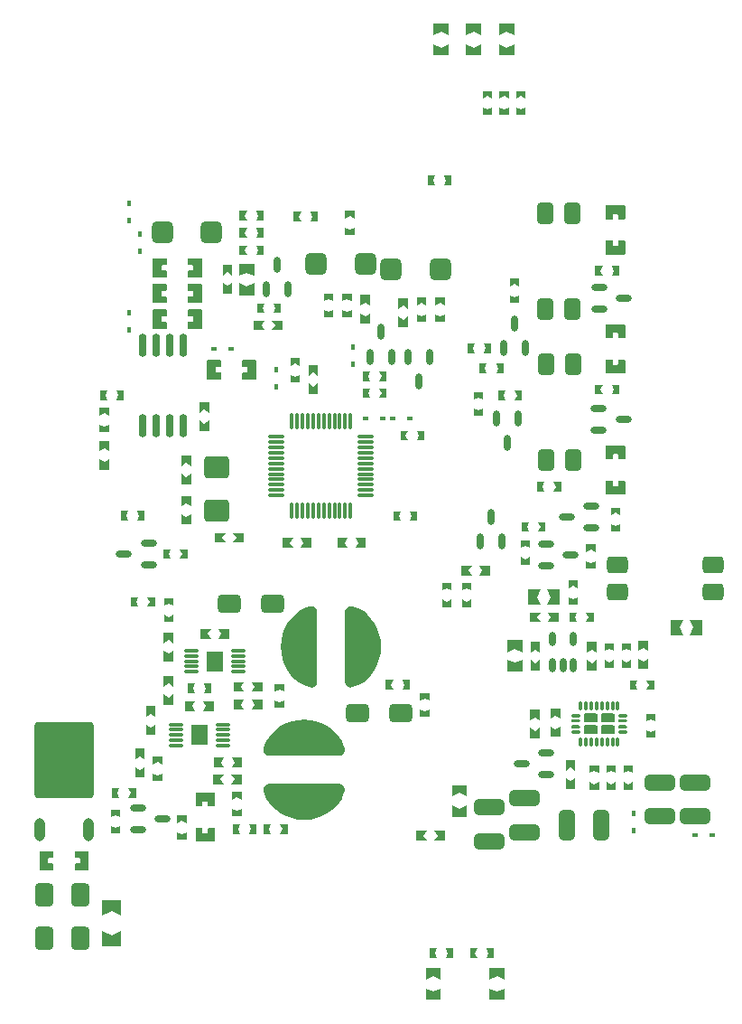
<source format=gtp>
G04 Layer_Color=8421504*
%FSLAX24Y24*%
%MOIN*%
G70*
G01*
G75*
%ADD15O,0.0281X0.0591*%
%ADD16O,0.0591X0.0281*%
%ADD17O,0.0394X0.0846*%
G04:AMPARAMS|DCode=18|XSize=279.5mil|YSize=218.5mil|CornerRadius=10.9mil|HoleSize=0mil|Usage=FLASHONLY|Rotation=90.000|XOffset=0mil|YOffset=0mil|HoleType=Round|Shape=RoundedRectangle|*
%AMROUNDEDRECTD18*
21,1,0.2795,0.1967,0,0,90.0*
21,1,0.2577,0.2185,0,0,90.0*
1,1,0.0219,0.0983,0.1288*
1,1,0.0219,0.0983,-0.1288*
1,1,0.0219,-0.0983,-0.1288*
1,1,0.0219,-0.0983,0.1288*
%
%ADD18ROUNDEDRECTD18*%
G04:AMPARAMS|DCode=20|XSize=86.6mil|YSize=68.9mil|CornerRadius=17.2mil|HoleSize=0mil|Usage=FLASHONLY|Rotation=0.000|XOffset=0mil|YOffset=0mil|HoleType=Round|Shape=RoundedRectangle|*
%AMROUNDEDRECTD20*
21,1,0.0866,0.0344,0,0,0.0*
21,1,0.0522,0.0689,0,0,0.0*
1,1,0.0344,0.0261,-0.0172*
1,1,0.0344,-0.0261,-0.0172*
1,1,0.0344,-0.0261,0.0172*
1,1,0.0344,0.0261,0.0172*
%
%ADD20ROUNDEDRECTD20*%
G04:AMPARAMS|DCode=22|XSize=86.6mil|YSize=68.9mil|CornerRadius=17.2mil|HoleSize=0mil|Usage=FLASHONLY|Rotation=90.000|XOffset=0mil|YOffset=0mil|HoleType=Round|Shape=RoundedRectangle|*
%AMROUNDEDRECTD22*
21,1,0.0866,0.0344,0,0,90.0*
21,1,0.0522,0.0689,0,0,90.0*
1,1,0.0344,0.0172,0.0261*
1,1,0.0344,0.0172,-0.0261*
1,1,0.0344,-0.0172,-0.0261*
1,1,0.0344,-0.0172,0.0261*
%
%ADD22ROUNDEDRECTD22*%
G04:AMPARAMS|DCode=23|XSize=82.7mil|YSize=78.7mil|CornerRadius=19.7mil|HoleSize=0mil|Usage=FLASHONLY|Rotation=270.000|XOffset=0mil|YOffset=0mil|HoleType=Round|Shape=RoundedRectangle|*
%AMROUNDEDRECTD23*
21,1,0.0827,0.0394,0,0,270.0*
21,1,0.0433,0.0787,0,0,270.0*
1,1,0.0394,-0.0197,-0.0217*
1,1,0.0394,-0.0197,0.0217*
1,1,0.0394,0.0197,0.0217*
1,1,0.0394,0.0197,-0.0217*
%
%ADD23ROUNDEDRECTD23*%
G04:AMPARAMS|DCode=24|XSize=78.7mil|YSize=63mil|CornerRadius=15.7mil|HoleSize=0mil|Usage=FLASHONLY|Rotation=90.000|XOffset=0mil|YOffset=0mil|HoleType=Round|Shape=RoundedRectangle|*
%AMROUNDEDRECTD24*
21,1,0.0787,0.0315,0,0,90.0*
21,1,0.0472,0.0630,0,0,90.0*
1,1,0.0315,0.0157,0.0236*
1,1,0.0315,0.0157,-0.0236*
1,1,0.0315,-0.0157,-0.0236*
1,1,0.0315,-0.0157,0.0236*
%
%ADD24ROUNDEDRECTD24*%
G04:AMPARAMS|DCode=25|XSize=78.7mil|YSize=63mil|CornerRadius=15.7mil|HoleSize=0mil|Usage=FLASHONLY|Rotation=0.000|XOffset=0mil|YOffset=0mil|HoleType=Round|Shape=RoundedRectangle|*
%AMROUNDEDRECTD25*
21,1,0.0787,0.0315,0,0,0.0*
21,1,0.0472,0.0630,0,0,0.0*
1,1,0.0315,0.0236,-0.0157*
1,1,0.0315,-0.0236,-0.0157*
1,1,0.0315,-0.0236,0.0157*
1,1,0.0315,0.0236,0.0157*
%
%ADD25ROUNDEDRECTD25*%
G04:AMPARAMS|DCode=26|XSize=90.6mil|YSize=82.7mil|CornerRadius=12.4mil|HoleSize=0mil|Usage=FLASHONLY|Rotation=0.000|XOffset=0mil|YOffset=0mil|HoleType=Round|Shape=RoundedRectangle|*
%AMROUNDEDRECTD26*
21,1,0.0906,0.0579,0,0,0.0*
21,1,0.0657,0.0827,0,0,0.0*
1,1,0.0248,0.0329,-0.0289*
1,1,0.0248,-0.0329,-0.0289*
1,1,0.0248,-0.0329,0.0289*
1,1,0.0248,0.0329,0.0289*
%
%ADD26ROUNDEDRECTD26*%
G04:AMPARAMS|DCode=29|XSize=110.2mil|YSize=59.1mil|CornerRadius=14.8mil|HoleSize=0mil|Usage=FLASHONLY|Rotation=0.000|XOffset=0mil|YOffset=0mil|HoleType=Round|Shape=RoundedRectangle|*
%AMROUNDEDRECTD29*
21,1,0.1102,0.0295,0,0,0.0*
21,1,0.0807,0.0591,0,0,0.0*
1,1,0.0295,0.0404,-0.0148*
1,1,0.0295,-0.0404,-0.0148*
1,1,0.0295,-0.0404,0.0148*
1,1,0.0295,0.0404,0.0148*
%
%ADD29ROUNDEDRECTD29*%
%ADD30O,0.0295X0.0850*%
%ADD31O,0.0630X0.0118*%
%ADD32O,0.0118X0.0630*%
%ADD33O,0.0571X0.0118*%
%ADD34R,0.0610X0.0728*%
%ADD35O,0.0236X0.0532*%
%ADD37O,0.0335X0.0118*%
%ADD38O,0.0118X0.0335*%
G04:AMPARAMS|DCode=44|XSize=21.7mil|YSize=16.5mil|CornerRadius=4.1mil|HoleSize=0mil|Usage=FLASHONLY|Rotation=180.000|XOffset=0mil|YOffset=0mil|HoleType=Round|Shape=RoundedRectangle|*
%AMROUNDEDRECTD44*
21,1,0.0217,0.0083,0,0,180.0*
21,1,0.0134,0.0165,0,0,180.0*
1,1,0.0083,-0.0067,0.0041*
1,1,0.0083,0.0067,0.0041*
1,1,0.0083,0.0067,-0.0041*
1,1,0.0083,-0.0067,-0.0041*
%
%ADD44ROUNDEDRECTD44*%
G04:AMPARAMS|DCode=45|XSize=21.7mil|YSize=16.5mil|CornerRadius=4.1mil|HoleSize=0mil|Usage=FLASHONLY|Rotation=90.000|XOffset=0mil|YOffset=0mil|HoleType=Round|Shape=RoundedRectangle|*
%AMROUNDEDRECTD45*
21,1,0.0217,0.0083,0,0,90.0*
21,1,0.0134,0.0165,0,0,90.0*
1,1,0.0083,0.0041,0.0067*
1,1,0.0083,0.0041,-0.0067*
1,1,0.0083,-0.0041,-0.0067*
1,1,0.0083,-0.0041,0.0067*
%
%ADD45ROUNDEDRECTD45*%
G04:AMPARAMS|DCode=46|XSize=110.2mil|YSize=59.1mil|CornerRadius=14.8mil|HoleSize=0mil|Usage=FLASHONLY|Rotation=90.000|XOffset=0mil|YOffset=0mil|HoleType=Round|Shape=RoundedRectangle|*
%AMROUNDEDRECTD46*
21,1,0.1102,0.0295,0,0,90.0*
21,1,0.0807,0.0591,0,0,90.0*
1,1,0.0295,0.0148,0.0404*
1,1,0.0295,0.0148,-0.0404*
1,1,0.0295,-0.0148,-0.0404*
1,1,0.0295,-0.0148,0.0404*
%
%ADD46ROUNDEDRECTD46*%
G36*
X42352Y47165D02*
X42077Y47293D01*
X41801Y47165D01*
Y47579D01*
X42352D01*
Y47165D01*
D02*
G37*
G36*
X41132D02*
X40856Y47293D01*
X40581Y47165D01*
Y47579D01*
X41132D01*
Y47165D01*
D02*
G37*
G36*
X39931D02*
X39656Y47293D01*
X39380Y47165D01*
Y47579D01*
X39931D01*
Y47165D01*
D02*
G37*
G36*
X42352Y46417D02*
X41801D01*
Y46831D01*
X42077Y46703D01*
X42352Y46831D01*
Y46417D01*
D02*
G37*
G36*
X41132D02*
X40581D01*
Y46831D01*
X40856Y46703D01*
X41132Y46831D01*
Y46417D01*
D02*
G37*
G36*
X39931D02*
X39380D01*
Y46831D01*
X39656Y46703D01*
X39931Y46831D01*
Y46417D01*
D02*
G37*
G36*
X42165Y44832D02*
X41988Y44911D01*
X41811Y44832D01*
Y45108D01*
X42165D01*
Y44832D01*
D02*
G37*
G36*
X41545D02*
X41368Y44911D01*
X41191Y44832D01*
Y45108D01*
X41545D01*
Y44832D01*
D02*
G37*
G36*
X42776Y44832D02*
X42598Y44911D01*
X42421Y44832D01*
Y45108D01*
X42776D01*
Y44832D01*
D02*
G37*
G36*
X42165Y44222D02*
X41811D01*
Y44498D01*
X41988Y44419D01*
X42165Y44498D01*
Y44222D01*
D02*
G37*
G36*
X41545D02*
X41191D01*
Y44498D01*
X41368Y44419D01*
X41545Y44498D01*
Y44222D01*
D02*
G37*
G36*
X42776Y44222D02*
X42421D01*
Y44498D01*
X42598Y44419D01*
X42776Y44498D01*
Y44222D01*
D02*
G37*
G36*
X40039Y41624D02*
X39764D01*
X39843Y41801D01*
X39764Y41978D01*
X40039D01*
Y41624D01*
D02*
G37*
G36*
X39351Y41801D02*
X39429Y41624D01*
X39154D01*
Y41978D01*
X39429D01*
X39351Y41801D01*
D02*
G37*
G36*
X36467Y40403D02*
X36289Y40482D01*
X36112Y40403D01*
Y40679D01*
X36467D01*
Y40403D01*
D02*
G37*
G36*
X46444Y40878D02*
X46453Y40857D01*
Y40404D01*
X46444Y40383D01*
X46423Y40374D01*
X46220D01*
X46200Y40383D01*
X46191Y40404D01*
Y40542D01*
X46182Y40563D01*
X46161Y40571D01*
X46024D01*
X46003Y40563D01*
X45994Y40542D01*
Y40404D01*
X45985Y40383D01*
X45965Y40374D01*
X45762D01*
X45741Y40383D01*
X45732Y40404D01*
Y40857D01*
X45741Y40878D01*
X45762Y40886D01*
X46423D01*
X46444Y40878D01*
D02*
G37*
G36*
X33100Y40325D02*
X32825D01*
X32904Y40502D01*
X32825Y40679D01*
X33100D01*
Y40325D01*
D02*
G37*
G36*
X32412Y40502D02*
X32490Y40325D01*
X32215D01*
Y40679D01*
X32490D01*
X32412Y40502D01*
D02*
G37*
G36*
X35098Y40295D02*
X34823D01*
X34902Y40472D01*
X34823Y40650D01*
X35098D01*
Y40295D01*
D02*
G37*
G36*
X34410Y40472D02*
X34488Y40295D01*
X34213D01*
Y40650D01*
X34488D01*
X34410Y40472D01*
D02*
G37*
G36*
X36467Y39793D02*
X36112D01*
Y40069D01*
X36289Y39990D01*
X36467Y40069D01*
Y39793D01*
D02*
G37*
G36*
X33100Y39695D02*
X32825D01*
X32903Y39872D01*
X32825Y40049D01*
X33100D01*
Y39695D01*
D02*
G37*
G36*
X32411Y39872D02*
X32490Y39695D01*
X32215D01*
Y40049D01*
X32490D01*
X32411Y39872D01*
D02*
G37*
G36*
X46444Y39578D02*
X46453Y39557D01*
Y39104D01*
X46444Y39083D01*
X46423Y39074D01*
X45762D01*
X45741Y39083D01*
X45732Y39104D01*
Y39557D01*
X45741Y39578D01*
X45762Y39586D01*
X45965D01*
X45985Y39578D01*
X45994Y39557D01*
Y39419D01*
X46003Y39398D01*
X46024Y39389D01*
X46161D01*
X46182Y39398D01*
X46191Y39419D01*
Y39557D01*
X46200Y39578D01*
X46220Y39586D01*
X46423D01*
X46444Y39578D01*
D02*
G37*
G36*
X33100Y39045D02*
X32825D01*
X32903Y39222D01*
X32825Y39400D01*
X33100D01*
Y39045D01*
D02*
G37*
G36*
X32411Y39222D02*
X32490Y39045D01*
X32215D01*
Y39400D01*
X32490D01*
X32411Y39222D01*
D02*
G37*
G36*
X31949Y38307D02*
X31772Y38425D01*
X31594Y38307D01*
Y38701D01*
X31949D01*
Y38307D01*
D02*
G37*
G36*
X46230Y38297D02*
X45954D01*
X46033Y38474D01*
X45954Y38652D01*
X46230D01*
Y38297D01*
D02*
G37*
G36*
X45541Y38474D02*
X45620Y38297D01*
X45344D01*
Y38652D01*
X45620D01*
X45541Y38474D01*
D02*
G37*
G36*
X32756Y38278D02*
X32470Y38406D01*
X32185Y38278D01*
Y38730D01*
X32756D01*
Y38278D01*
D02*
G37*
G36*
X30809Y38934D02*
X30817Y38913D01*
Y38252D01*
X30809Y38231D01*
X30788Y38222D01*
X30335D01*
X30314Y38231D01*
X30306Y38252D01*
Y38455D01*
X30314Y38476D01*
X30335Y38484D01*
X30473D01*
X30494Y38493D01*
X30502Y38514D01*
Y38652D01*
X30494Y38672D01*
X30473Y38681D01*
X30335D01*
X30314Y38690D01*
X30306Y38711D01*
Y38913D01*
X30314Y38934D01*
X30335Y38943D01*
X30788D01*
X30809Y38934D01*
D02*
G37*
G36*
X29509D02*
X29517Y38913D01*
Y38711D01*
X29509Y38690D01*
X29488Y38681D01*
X29350D01*
X29329Y38672D01*
X29320Y38652D01*
Y38514D01*
X29329Y38493D01*
X29350Y38484D01*
X29488D01*
X29509Y38476D01*
X29517Y38455D01*
Y38252D01*
X29509Y38231D01*
X29488Y38222D01*
X29035D01*
X29014Y38231D01*
X29006Y38252D01*
Y38913D01*
X29014Y38934D01*
X29035Y38943D01*
X29488D01*
X29509Y38934D01*
D02*
G37*
G36*
X31949Y37638D02*
X31594D01*
Y38031D01*
X31772Y37913D01*
X31949Y38031D01*
Y37638D01*
D02*
G37*
G36*
X42549Y37903D02*
X42372Y37982D01*
X42195Y37903D01*
Y38179D01*
X42549D01*
Y37903D01*
D02*
G37*
G36*
X32756Y37569D02*
X32185D01*
Y38022D01*
X32470Y37894D01*
X32756Y38022D01*
Y37569D01*
D02*
G37*
G36*
X42549Y37293D02*
X42195D01*
Y37569D01*
X42372Y37490D01*
X42549Y37569D01*
Y37293D01*
D02*
G37*
G36*
X36358Y37362D02*
X36181Y37441D01*
X36004Y37362D01*
Y37638D01*
X36358D01*
Y37362D01*
D02*
G37*
G36*
X35679D02*
X35502Y37441D01*
X35325Y37362D01*
Y37638D01*
X35679D01*
Y37362D01*
D02*
G37*
G36*
X30809Y37989D02*
X30817Y37968D01*
Y37307D01*
X30809Y37286D01*
X30788Y37278D01*
X30335D01*
X30314Y37286D01*
X30306Y37307D01*
Y37510D01*
X30314Y37531D01*
X30335Y37539D01*
X30473D01*
X30494Y37548D01*
X30502Y37569D01*
Y37707D01*
X30494Y37728D01*
X30473Y37736D01*
X30335D01*
X30314Y37745D01*
X30306Y37766D01*
Y37968D01*
X30314Y37989D01*
X30335Y37998D01*
X30788D01*
X30809Y37989D01*
D02*
G37*
G36*
X29509D02*
X29517Y37968D01*
Y37766D01*
X29509Y37745D01*
X29488Y37736D01*
X29350D01*
X29329Y37728D01*
X29320Y37707D01*
Y37569D01*
X29329Y37548D01*
X29350Y37539D01*
X29488D01*
X29509Y37531D01*
X29517Y37510D01*
Y37307D01*
X29509Y37286D01*
X29488Y37278D01*
X29035D01*
X29014Y37286D01*
X29006Y37307D01*
Y37968D01*
X29014Y37989D01*
X29035Y37998D01*
X29488D01*
X29509Y37989D01*
D02*
G37*
G36*
X39803Y37205D02*
X39626Y37283D01*
X39449Y37205D01*
Y37480D01*
X39803D01*
Y37205D01*
D02*
G37*
G36*
X39114D02*
X38937Y37283D01*
X38760Y37205D01*
Y37480D01*
X39114D01*
Y37205D01*
D02*
G37*
G36*
X37028Y37185D02*
X36850Y37303D01*
X36673Y37185D01*
Y37579D01*
X37028D01*
Y37185D01*
D02*
G37*
G36*
X38435Y37067D02*
X38258Y37185D01*
X38081Y37067D01*
Y37461D01*
X38435D01*
Y37067D01*
D02*
G37*
G36*
X36358Y36752D02*
X36004D01*
Y37028D01*
X36181Y36949D01*
X36358Y37028D01*
Y36752D01*
D02*
G37*
G36*
X35679D02*
X35325D01*
Y37028D01*
X35502Y36949D01*
X35679Y37028D01*
Y36752D01*
D02*
G37*
G36*
X33740Y36919D02*
X33464D01*
X33543Y37096D01*
X33464Y37274D01*
X33740D01*
Y36919D01*
D02*
G37*
G36*
X33051Y37096D02*
X33130Y36919D01*
X32854D01*
Y37274D01*
X33130D01*
X33051Y37096D01*
D02*
G37*
G36*
X39803Y36595D02*
X39449D01*
Y36870D01*
X39626Y36792D01*
X39803Y36870D01*
Y36595D01*
D02*
G37*
G36*
X39114D02*
X38760D01*
Y36870D01*
X38937Y36792D01*
X39114Y36870D01*
Y36595D01*
D02*
G37*
G36*
X37028Y36516D02*
X36673D01*
Y36909D01*
X36850Y36791D01*
X37028Y36909D01*
Y36516D01*
D02*
G37*
G36*
X38435Y36398D02*
X38081D01*
Y36791D01*
X38258Y36673D01*
X38435Y36791D01*
Y36398D01*
D02*
G37*
G36*
X30809Y37044D02*
X30817Y37024D01*
Y36362D01*
X30809Y36341D01*
X30788Y36333D01*
X30335D01*
X30314Y36341D01*
X30306Y36362D01*
Y36565D01*
X30314Y36586D01*
X30335Y36594D01*
X30473D01*
X30494Y36603D01*
X30502Y36624D01*
Y36762D01*
X30494Y36783D01*
X30473Y36791D01*
X30335D01*
X30314Y36800D01*
X30306Y36821D01*
Y37024D01*
X30314Y37044D01*
X30335Y37053D01*
X30788D01*
X30809Y37044D01*
D02*
G37*
G36*
X29509D02*
X29517Y37024D01*
Y36821D01*
X29509Y36800D01*
X29488Y36791D01*
X29350D01*
X29329Y36783D01*
X29320Y36762D01*
Y36624D01*
X29329Y36603D01*
X29350Y36594D01*
X29488D01*
X29509Y36586D01*
X29517Y36565D01*
Y36362D01*
X29509Y36341D01*
X29488Y36333D01*
X29035D01*
X29014Y36341D01*
X29006Y36362D01*
Y37024D01*
X29014Y37044D01*
X29035Y37053D01*
X29488D01*
X29509Y37044D01*
D02*
G37*
G36*
X33809Y36289D02*
X33415D01*
X33533Y36467D01*
X33415Y36644D01*
X33809D01*
Y36289D01*
D02*
G37*
G36*
X33022Y36467D02*
X33140Y36289D01*
X32746D01*
Y36644D01*
X33140D01*
X33022Y36467D01*
D02*
G37*
G36*
X46444Y36498D02*
X46453Y36477D01*
Y36024D01*
X46444Y36003D01*
X46423Y35994D01*
X46220D01*
X46200Y36003D01*
X46191Y36024D01*
Y36162D01*
X46182Y36183D01*
X46161Y36191D01*
X46024D01*
X46003Y36183D01*
X45994Y36162D01*
Y36024D01*
X45985Y36003D01*
X45965Y35994D01*
X45762D01*
X45741Y36003D01*
X45732Y36024D01*
Y36477D01*
X45741Y36498D01*
X45762Y36506D01*
X46423D01*
X46444Y36498D01*
D02*
G37*
G36*
X41506Y35443D02*
X41230D01*
X41309Y35620D01*
X41230Y35797D01*
X41506D01*
Y35443D01*
D02*
G37*
G36*
X40817Y35620D02*
X40896Y35443D01*
X40620D01*
Y35797D01*
X40896D01*
X40817Y35620D01*
D02*
G37*
G36*
X46444Y35198D02*
X46453Y35177D01*
Y34724D01*
X46444Y34703D01*
X46423Y34694D01*
X45762D01*
X45741Y34703D01*
X45732Y34724D01*
Y35177D01*
X45741Y35198D01*
X45762Y35206D01*
X45965D01*
X45985Y35198D01*
X45994Y35177D01*
Y35039D01*
X46003Y35018D01*
X46024Y35009D01*
X46161D01*
X46182Y35018D01*
X46191Y35039D01*
Y35177D01*
X46200Y35198D01*
X46220Y35206D01*
X46423D01*
X46444Y35198D01*
D02*
G37*
G36*
X34439Y34970D02*
X34262Y35049D01*
X34085Y34970D01*
Y35246D01*
X34439D01*
Y34970D01*
D02*
G37*
G36*
X41959Y34695D02*
X41683D01*
X41762Y34872D01*
X41683Y35049D01*
X41959D01*
Y34695D01*
D02*
G37*
G36*
X41270Y34872D02*
X41349Y34695D01*
X41073D01*
Y35049D01*
X41349D01*
X41270Y34872D01*
D02*
G37*
G36*
X35108Y34596D02*
X34931Y34715D01*
X34754Y34596D01*
Y34990D01*
X35108D01*
Y34596D01*
D02*
G37*
G36*
X34439Y34360D02*
X34085D01*
Y34636D01*
X34262Y34557D01*
X34439Y34636D01*
Y34360D01*
D02*
G37*
G36*
X32817Y35174D02*
X32825Y35154D01*
Y34492D01*
X32817Y34471D01*
X32796Y34463D01*
X32343D01*
X32322Y34471D01*
X32313Y34492D01*
Y34695D01*
X32322Y34716D01*
X32343Y34724D01*
X32481D01*
X32502Y34733D01*
X32510Y34754D01*
Y34892D01*
X32502Y34913D01*
X32481Y34921D01*
X32343D01*
X32322Y34930D01*
X32313Y34951D01*
Y35154D01*
X32322Y35174D01*
X32343Y35183D01*
X32796D01*
X32817Y35174D01*
D02*
G37*
G36*
X31517D02*
X31525Y35154D01*
Y34951D01*
X31517Y34930D01*
X31496Y34921D01*
X31358D01*
X31337Y34913D01*
X31328Y34892D01*
Y34754D01*
X31337Y34733D01*
X31358Y34724D01*
X31496D01*
X31517Y34716D01*
X31525Y34695D01*
Y34492D01*
X31517Y34471D01*
X31496Y34463D01*
X31043D01*
X31022Y34471D01*
X31013Y34492D01*
Y35154D01*
X31022Y35174D01*
X31043Y35183D01*
X31496D01*
X31517Y35174D01*
D02*
G37*
G36*
X37648Y34409D02*
X37372D01*
X37451Y34587D01*
X37372Y34764D01*
X37648D01*
Y34409D01*
D02*
G37*
G36*
X36959Y34587D02*
X37038Y34409D01*
X36762D01*
Y34764D01*
X37038D01*
X36959Y34587D01*
D02*
G37*
G36*
X35108Y33927D02*
X34754D01*
Y34321D01*
X34931Y34203D01*
X35108Y34321D01*
Y33927D01*
D02*
G37*
G36*
X46230Y33917D02*
X45954D01*
X46033Y34094D01*
X45954Y34272D01*
X46230D01*
Y33917D01*
D02*
G37*
G36*
X45541Y34094D02*
X45620Y33917D01*
X45344D01*
Y34272D01*
X45620D01*
X45541Y34094D01*
D02*
G37*
G36*
X37648Y33789D02*
X37372D01*
X37451Y33967D01*
X37372Y34144D01*
X37648D01*
Y33789D01*
D02*
G37*
G36*
X36959Y33967D02*
X37038Y33789D01*
X36762D01*
Y34144D01*
X37038D01*
X36959Y33967D01*
D02*
G37*
G36*
X41211Y33730D02*
X41033Y33809D01*
X40856Y33730D01*
Y34006D01*
X41211D01*
Y33730D01*
D02*
G37*
G36*
X27943Y33701D02*
X27667D01*
X27746Y33878D01*
X27667Y34055D01*
X27943D01*
Y33701D01*
D02*
G37*
G36*
X27254Y33878D02*
X27333Y33701D01*
X27057D01*
Y34055D01*
X27333D01*
X27254Y33878D01*
D02*
G37*
G36*
X42648Y33691D02*
X42372D01*
X42451Y33868D01*
X42372Y34045D01*
X42648D01*
Y33691D01*
D02*
G37*
G36*
X41959Y33868D02*
X42038Y33691D01*
X41762D01*
Y34045D01*
X42038D01*
X41959Y33868D01*
D02*
G37*
G36*
X41211Y33120D02*
X40856D01*
Y33396D01*
X41033Y33317D01*
X41211Y33396D01*
Y33120D01*
D02*
G37*
G36*
X31093Y33238D02*
X30915Y33356D01*
X30738Y33238D01*
Y33632D01*
X31093D01*
Y33238D01*
D02*
G37*
G36*
X27402Y33140D02*
X27224Y33219D01*
X27047Y33140D01*
Y33415D01*
X27402D01*
Y33140D01*
D02*
G37*
G36*
X31093Y32569D02*
X30738D01*
Y32963D01*
X30915Y32844D01*
X31093Y32963D01*
Y32569D01*
D02*
G37*
G36*
X27402Y32530D02*
X27047D01*
Y32805D01*
X27224Y32727D01*
X27402Y32805D01*
Y32530D01*
D02*
G37*
G36*
X39035Y32215D02*
X38760D01*
X38839Y32392D01*
X38760Y32569D01*
X39035D01*
Y32215D01*
D02*
G37*
G36*
X38347Y32392D02*
X38425Y32215D01*
X38150D01*
Y32569D01*
X38425D01*
X38347Y32392D01*
D02*
G37*
G36*
X27402Y31811D02*
X27224Y31929D01*
X27047Y31811D01*
Y32205D01*
X27402D01*
Y31811D01*
D02*
G37*
G36*
X46444Y32019D02*
X46453Y31998D01*
Y31546D01*
X46444Y31525D01*
X46423Y31516D01*
X46220D01*
X46200Y31525D01*
X46191Y31546D01*
Y31683D01*
X46182Y31704D01*
X46161Y31713D01*
X46024D01*
X46003Y31704D01*
X45994Y31683D01*
Y31546D01*
X45985Y31525D01*
X45965Y31516D01*
X45762D01*
X45741Y31525D01*
X45732Y31546D01*
Y31998D01*
X45741Y32019D01*
X45762Y32028D01*
X46423D01*
X46444Y32019D01*
D02*
G37*
G36*
X27402Y31142D02*
X27047D01*
Y31535D01*
X27224Y31417D01*
X27402Y31535D01*
Y31142D01*
D02*
G37*
G36*
X30424Y31260D02*
X30247Y31378D01*
X30070Y31260D01*
Y31654D01*
X30424D01*
Y31260D01*
D02*
G37*
G36*
Y30591D02*
X30070D01*
Y30984D01*
X30247Y30866D01*
X30424Y30984D01*
Y30591D01*
D02*
G37*
G36*
X46444Y30719D02*
X46453Y30698D01*
Y30246D01*
X46444Y30225D01*
X46423Y30216D01*
X45762D01*
X45741Y30225D01*
X45732Y30246D01*
Y30698D01*
X45741Y30719D01*
X45762Y30728D01*
X45965D01*
X45985Y30719D01*
X45994Y30698D01*
Y30561D01*
X46003Y30540D01*
X46024Y30531D01*
X46161D01*
X46182Y30540D01*
X46191Y30561D01*
Y30698D01*
X46200Y30719D01*
X46220Y30728D01*
X46423D01*
X46444Y30719D01*
D02*
G37*
G36*
X44084Y30325D02*
X43809D01*
X43888Y30502D01*
X43809Y30679D01*
X44084D01*
Y30325D01*
D02*
G37*
G36*
X43396Y30502D02*
X43474Y30325D01*
X43199D01*
Y30679D01*
X43474D01*
X43396Y30502D01*
D02*
G37*
G36*
X30423Y29783D02*
X30246Y29902D01*
X30069Y29783D01*
Y30177D01*
X30423D01*
Y29783D01*
D02*
G37*
G36*
X46280Y29468D02*
X46102Y29547D01*
X45925Y29468D01*
Y29744D01*
X46280D01*
Y29468D01*
D02*
G37*
G36*
X30423Y29114D02*
X30069D01*
Y29508D01*
X30246Y29390D01*
X30423Y29508D01*
Y29114D01*
D02*
G37*
G36*
X28711Y29262D02*
X28435D01*
X28514Y29439D01*
X28435Y29616D01*
X28711D01*
Y29262D01*
D02*
G37*
G36*
X28022Y29439D02*
X28101Y29262D01*
X27825D01*
Y29616D01*
X28101D01*
X28022Y29439D01*
D02*
G37*
G36*
X38779Y29252D02*
X38504D01*
X38582Y29429D01*
X38504Y29606D01*
X38779D01*
Y29252D01*
D02*
G37*
G36*
X38091Y29429D02*
X38169Y29252D01*
X37894D01*
Y29606D01*
X38169D01*
X38091Y29429D01*
D02*
G37*
G36*
X46280Y28858D02*
X45925D01*
Y29134D01*
X46102Y29055D01*
X46280Y29134D01*
Y28858D01*
D02*
G37*
G36*
X43514Y28848D02*
X43238D01*
X43317Y29026D01*
X43238Y29203D01*
X43514D01*
Y28848D01*
D02*
G37*
G36*
X42825Y29026D02*
X42904Y28848D01*
X42628D01*
Y29203D01*
X42904D01*
X42825Y29026D01*
D02*
G37*
G36*
X32362Y28455D02*
X31969D01*
X32087Y28632D01*
X31969Y28809D01*
X32362D01*
Y28455D01*
D02*
G37*
G36*
X31575Y28632D02*
X31693Y28455D01*
X31299D01*
Y28809D01*
X31693D01*
X31575Y28632D01*
D02*
G37*
G36*
X36880Y28258D02*
X36486D01*
X36604Y28435D01*
X36486Y28612D01*
X36880D01*
Y28258D01*
D02*
G37*
G36*
X36093Y28435D02*
X36211Y28258D01*
X35817D01*
Y28612D01*
X36211D01*
X36093Y28435D01*
D02*
G37*
G36*
X34852Y28257D02*
X34459D01*
X34577Y28434D01*
X34459Y28611D01*
X34852D01*
Y28257D01*
D02*
G37*
G36*
X34065Y28434D02*
X34183Y28257D01*
X33789D01*
Y28611D01*
X34183D01*
X34065Y28434D01*
D02*
G37*
G36*
X42943Y28248D02*
X42766Y28327D01*
X42589Y28248D01*
Y28523D01*
X42943D01*
Y28248D01*
D02*
G37*
G36*
X45364Y28110D02*
X45187Y28189D01*
X45010Y28110D01*
Y28386D01*
X45364D01*
Y28110D01*
D02*
G37*
G36*
X30285Y27854D02*
X30010D01*
X30089Y28031D01*
X30010Y28209D01*
X30285D01*
Y27854D01*
D02*
G37*
G36*
X29597Y28031D02*
X29675Y27854D01*
X29400D01*
Y28209D01*
X29675D01*
X29597Y28031D01*
D02*
G37*
G36*
X42943Y27638D02*
X42589D01*
Y27913D01*
X42766Y27835D01*
X42943Y27913D01*
Y27638D01*
D02*
G37*
G36*
X45364Y27500D02*
X45010D01*
Y27776D01*
X45187Y27697D01*
X45364Y27776D01*
Y27500D01*
D02*
G37*
G36*
X41457Y27244D02*
X41063D01*
X41181Y27421D01*
X41063Y27598D01*
X41457D01*
Y27244D01*
D02*
G37*
G36*
X40669Y27421D02*
X40787Y27244D01*
X40394D01*
Y27598D01*
X40787D01*
X40669Y27421D01*
D02*
G37*
G36*
X44715Y26771D02*
X44537Y26850D01*
X44360Y26771D01*
Y27047D01*
X44715D01*
Y26771D01*
D02*
G37*
G36*
X40778Y26683D02*
X40600Y26762D01*
X40423Y26683D01*
Y26959D01*
X40778D01*
Y26683D01*
D02*
G37*
G36*
X40049Y26683D02*
X39872Y26762D01*
X39695Y26683D01*
Y26958D01*
X40049D01*
Y26683D01*
D02*
G37*
G36*
X44715Y26161D02*
X44360D01*
Y26437D01*
X44537Y26358D01*
X44715Y26437D01*
Y26161D01*
D02*
G37*
G36*
X40778Y26073D02*
X40423D01*
Y26349D01*
X40600Y26270D01*
X40778Y26349D01*
Y26073D01*
D02*
G37*
G36*
X40049Y26073D02*
X39695D01*
Y26348D01*
X39872Y26270D01*
X40049Y26348D01*
Y26073D01*
D02*
G37*
G36*
X44026Y26152D02*
X43573D01*
X43701Y26437D01*
X43573Y26722D01*
X44026D01*
Y26152D01*
D02*
G37*
G36*
X43189Y26437D02*
X43317Y26152D01*
X42864D01*
Y26722D01*
X43317D01*
X43189Y26437D01*
D02*
G37*
G36*
X29774Y26122D02*
X29596Y26201D01*
X29419Y26122D01*
Y26397D01*
X29774D01*
Y26122D01*
D02*
G37*
G36*
X29085Y26083D02*
X28809D01*
X28888Y26260D01*
X28809Y26437D01*
X29085D01*
Y26083D01*
D02*
G37*
G36*
X28396Y26260D02*
X28475Y26083D01*
X28199D01*
Y26437D01*
X28475D01*
X28396Y26260D01*
D02*
G37*
G36*
X29774Y25512D02*
X29419D01*
Y25787D01*
X29596Y25709D01*
X29774Y25787D01*
Y25512D01*
D02*
G37*
G36*
X45285Y25522D02*
X45010D01*
X45089Y25699D01*
X45010Y25876D01*
X45285D01*
Y25522D01*
D02*
G37*
G36*
X44597Y25699D02*
X44675Y25522D01*
X44400D01*
Y25876D01*
X44675D01*
X44597Y25699D01*
D02*
G37*
G36*
X43986Y25522D02*
X43593D01*
X43711Y25699D01*
X43593Y25876D01*
X43986D01*
Y25522D01*
D02*
G37*
G36*
X43199Y25699D02*
X43317Y25522D01*
X42923D01*
Y25876D01*
X43317D01*
X43199Y25699D01*
D02*
G37*
G36*
X49291Y25030D02*
X48839D01*
X48967Y25315D01*
X48839Y25600D01*
X49291D01*
Y25030D01*
D02*
G37*
G36*
X48455Y25315D02*
X48583Y25030D01*
X48130D01*
Y25600D01*
X48583D01*
X48455Y25315D01*
D02*
G37*
G36*
X31821Y24902D02*
X31427D01*
X31545Y25079D01*
X31427Y25256D01*
X31821D01*
Y24902D01*
D02*
G37*
G36*
X31033Y25079D02*
X31152Y24902D01*
X30758D01*
Y25256D01*
X31152D01*
X31033Y25079D01*
D02*
G37*
G36*
X29764Y24744D02*
X29587Y24862D01*
X29409Y24744D01*
Y25138D01*
X29764D01*
Y24744D01*
D02*
G37*
G36*
X47303Y24449D02*
X47126Y24567D01*
X46949Y24449D01*
Y24843D01*
X47303D01*
Y24449D01*
D02*
G37*
G36*
X46673Y24449D02*
X46496Y24527D01*
X46319Y24449D01*
Y24724D01*
X46673D01*
Y24449D01*
D02*
G37*
G36*
X46043D02*
X45866Y24527D01*
X45689Y24449D01*
Y24724D01*
X46043D01*
Y24449D01*
D02*
G37*
G36*
X42667Y24400D02*
X42382Y24528D01*
X42096Y24400D01*
Y24852D01*
X42667D01*
Y24400D01*
D02*
G37*
G36*
X45394Y24390D02*
X45217Y24508D01*
X45039Y24390D01*
Y24783D01*
X45394D01*
Y24390D01*
D02*
G37*
G36*
X43307Y24390D02*
X43130Y24508D01*
X42953Y24390D01*
Y24783D01*
X43307D01*
Y24390D01*
D02*
G37*
G36*
X29764Y24075D02*
X29409D01*
Y24469D01*
X29587Y24350D01*
X29764Y24469D01*
Y24075D01*
D02*
G37*
G36*
X47303Y23780D02*
X46949D01*
Y24173D01*
X47126Y24055D01*
X47303Y24173D01*
Y23780D01*
D02*
G37*
G36*
X46673Y23839D02*
X46319D01*
Y24114D01*
X46496Y24035D01*
X46673Y24114D01*
Y23839D01*
D02*
G37*
G36*
X46043D02*
X45689D01*
Y24114D01*
X45866Y24035D01*
X46043Y24114D01*
Y23839D01*
D02*
G37*
G36*
X42667Y23691D02*
X42096D01*
Y24144D01*
X42382Y24016D01*
X42667Y24144D01*
Y23691D01*
D02*
G37*
G36*
X45394Y23720D02*
X45039D01*
Y24114D01*
X45217Y23996D01*
X45394Y24114D01*
Y23720D01*
D02*
G37*
G36*
X43307Y23720D02*
X42953D01*
Y24114D01*
X43130Y23996D01*
X43307Y24114D01*
Y23720D01*
D02*
G37*
G36*
X29764Y23130D02*
X29587Y23248D01*
X29409Y23130D01*
Y23524D01*
X29764D01*
Y23130D01*
D02*
G37*
G36*
X34956Y26091D02*
X35015Y26047D01*
X35054Y25985D01*
X35068Y25913D01*
Y23307D01*
X35054Y23233D01*
X35014Y23169D01*
X34953Y23124D01*
X34880Y23105D01*
X34805Y23114D01*
X34675Y23154D01*
X34524Y23215D01*
X34385Y23298D01*
X34260Y23402D01*
X34255Y23407D01*
X34106Y23572D01*
X33980Y23756D01*
X33880Y23955D01*
X33807Y24166D01*
X33763Y24384D01*
X33748Y24606D01*
X33763Y24829D01*
X33807Y25047D01*
X33880Y25258D01*
X33980Y25457D01*
X34106Y25640D01*
X34255Y25806D01*
X34257Y25808D01*
X34384Y25914D01*
X34525Y25998D01*
X34678Y26059D01*
X34812Y26101D01*
X34885Y26110D01*
X34956Y26091D01*
D02*
G37*
G36*
X36377Y26099D02*
X36506Y26058D01*
X36657Y25998D01*
X36797Y25914D01*
X36922Y25811D01*
X36926Y25806D01*
X37075Y25640D01*
X37201Y25457D01*
X37301Y25258D01*
X37374Y25047D01*
X37418Y24829D01*
X37433Y24606D01*
X37418Y24384D01*
X37374Y24166D01*
X37301Y23955D01*
X37201Y23756D01*
X37075Y23572D01*
X36926Y23407D01*
X36924Y23404D01*
X36797Y23299D01*
X36656Y23215D01*
X36503Y23153D01*
X36369Y23111D01*
X36296Y23103D01*
X36225Y23122D01*
X36166Y23165D01*
X36127Y23227D01*
X36113Y23299D01*
Y25905D01*
X36127Y25979D01*
X36167Y26043D01*
X36228Y26088D01*
X36301Y26108D01*
X36377Y26099D01*
D02*
G37*
G36*
X38494Y23031D02*
X38219D01*
X38297Y23209D01*
X38219Y23386D01*
X38494D01*
Y23031D01*
D02*
G37*
G36*
X37805Y23209D02*
X37884Y23031D01*
X37608D01*
Y23386D01*
X37884D01*
X37805Y23209D01*
D02*
G37*
G36*
X47519Y23012D02*
X47244D01*
X47323Y23189D01*
X47244Y23366D01*
X47519D01*
Y23012D01*
D02*
G37*
G36*
X46831Y23189D02*
X46909Y23012D01*
X46634D01*
Y23366D01*
X46909D01*
X46831Y23189D01*
D02*
G37*
G36*
X33868Y22962D02*
X33691Y23041D01*
X33514Y22962D01*
Y23238D01*
X33868D01*
Y22962D01*
D02*
G37*
G36*
X33051Y22953D02*
X32657D01*
X32776Y23130D01*
X32657Y23307D01*
X33051D01*
Y22953D01*
D02*
G37*
G36*
X32264Y23130D02*
X32382Y22953D01*
X31988D01*
Y23307D01*
X32382D01*
X32264Y23130D01*
D02*
G37*
G36*
X31171Y22894D02*
X30896D01*
X30974Y23071D01*
X30896Y23248D01*
X31171D01*
Y22894D01*
D02*
G37*
G36*
X30483Y23071D02*
X30561Y22894D01*
X30286D01*
Y23248D01*
X30561D01*
X30483Y23071D01*
D02*
G37*
G36*
X29764Y22461D02*
X29409D01*
Y22854D01*
X29587Y22736D01*
X29764Y22854D01*
Y22461D01*
D02*
G37*
G36*
X39232Y22628D02*
X39055Y22706D01*
X38878Y22628D01*
Y22903D01*
X39232D01*
Y22628D01*
D02*
G37*
G36*
X33868Y22352D02*
X33514D01*
Y22628D01*
X33691Y22549D01*
X33868Y22628D01*
Y22352D01*
D02*
G37*
G36*
X33051Y22293D02*
X32657D01*
X32776Y22470D01*
X32657Y22648D01*
X33051D01*
Y22293D01*
D02*
G37*
G36*
X32264Y22470D02*
X32382Y22293D01*
X31988D01*
Y22648D01*
X32382D01*
X32264Y22470D01*
D02*
G37*
G36*
X31250Y22234D02*
X30856D01*
X30974Y22411D01*
X30856Y22589D01*
X31250D01*
Y22234D01*
D02*
G37*
G36*
X30463Y22411D02*
X30581Y22234D01*
X30187D01*
Y22589D01*
X30581D01*
X30463Y22411D01*
D02*
G37*
G36*
X39232Y22018D02*
X38878D01*
Y22293D01*
X39055Y22215D01*
X39232Y22293D01*
Y22018D01*
D02*
G37*
G36*
X29104Y22018D02*
X28927Y22136D01*
X28750Y22018D01*
Y22411D01*
X29104D01*
Y22018D01*
D02*
G37*
G36*
X44055Y21949D02*
X43878Y22067D01*
X43701Y21949D01*
Y22343D01*
X44055D01*
Y21949D01*
D02*
G37*
G36*
X43297Y21890D02*
X43120Y22008D01*
X42943Y21890D01*
Y22283D01*
X43297D01*
Y21890D01*
D02*
G37*
G36*
X47579Y21860D02*
X47402Y21939D01*
X47224Y21860D01*
Y22136D01*
X47579D01*
Y21860D01*
D02*
G37*
G36*
X46035Y22138D02*
X46057Y22116D01*
X46065Y22087D01*
Y21890D01*
X46057Y21860D01*
X46035Y21839D01*
X46006Y21831D01*
X45612D01*
X45583Y21839D01*
X45561Y21860D01*
X45553Y21890D01*
Y22087D01*
X45561Y22116D01*
X45583Y22138D01*
X45612Y22146D01*
X46006D01*
X46035Y22138D01*
D02*
G37*
G36*
X45406D02*
X45427Y22116D01*
X45435Y22087D01*
Y21890D01*
X45427Y21860D01*
X45406Y21839D01*
X45376Y21831D01*
X44982D01*
X44953Y21839D01*
X44931Y21860D01*
X44923Y21890D01*
Y22087D01*
X44931Y22116D01*
X44953Y22138D01*
X44982Y22146D01*
X45376D01*
X45406Y22138D01*
D02*
G37*
G36*
X46514Y21918D02*
X46530Y21880D01*
X46514Y21842D01*
X46476Y21827D01*
X46240D01*
X46202Y21842D01*
X46187Y21880D01*
X46202Y21918D01*
X46240Y21933D01*
X46476D01*
X46514Y21918D01*
D02*
G37*
G36*
X44782D02*
X44797Y21880D01*
X44782Y21842D01*
X44744Y21827D01*
X44508D01*
X44470Y21842D01*
X44455Y21880D01*
X44470Y21918D01*
X44508Y21933D01*
X44744D01*
X44782Y21918D01*
D02*
G37*
G36*
X29104Y21348D02*
X28750D01*
Y21742D01*
X28927Y21624D01*
X29104Y21742D01*
Y21348D01*
D02*
G37*
G36*
X46514Y21701D02*
X46530Y21663D01*
X46514Y21626D01*
X46476Y21610D01*
X46240D01*
X46202Y21626D01*
X46187Y21663D01*
X46202Y21701D01*
X46240Y21717D01*
X46476D01*
X46514Y21701D01*
D02*
G37*
G36*
X44782D02*
X44797Y21663D01*
X44782Y21626D01*
X44744Y21610D01*
X44508D01*
X44470Y21626D01*
X44455Y21663D01*
X44470Y21701D01*
X44508Y21717D01*
X44744D01*
X44782Y21701D01*
D02*
G37*
G36*
X44055Y21280D02*
X43701D01*
Y21673D01*
X43878Y21555D01*
X44055Y21673D01*
Y21280D01*
D02*
G37*
G36*
X43297Y21220D02*
X42943D01*
Y21614D01*
X43120Y21496D01*
X43297Y21614D01*
Y21220D01*
D02*
G37*
G36*
X47579Y21250D02*
X47224D01*
Y21526D01*
X47402Y21447D01*
X47579Y21526D01*
Y21250D01*
D02*
G37*
G36*
X46035Y21705D02*
X46057Y21683D01*
X46065Y21654D01*
Y21457D01*
X46057Y21427D01*
X46035Y21406D01*
X46006Y21398D01*
X45612D01*
X45583Y21406D01*
X45561Y21427D01*
X45553Y21457D01*
Y21654D01*
X45561Y21683D01*
X45583Y21705D01*
X45612Y21713D01*
X46006D01*
X46035Y21705D01*
D02*
G37*
G36*
X45406D02*
X45427Y21683D01*
X45435Y21654D01*
Y21457D01*
X45427Y21427D01*
X45406Y21406D01*
X45376Y21398D01*
X44982D01*
X44953Y21406D01*
X44931Y21427D01*
X44923Y21457D01*
Y21654D01*
X44931Y21683D01*
X44953Y21705D01*
X44982Y21713D01*
X45376D01*
X45406Y21705D01*
D02*
G37*
G36*
X34819Y21897D02*
X35037Y21852D01*
X35248Y21779D01*
X35447Y21679D01*
X35631Y21554D01*
X35796Y21405D01*
X35799Y21402D01*
X35904Y21276D01*
X35988Y21134D01*
X36049Y20981D01*
X36091Y20847D01*
X36100Y20774D01*
X36081Y20703D01*
X36038Y20644D01*
X35975Y20605D01*
X35903Y20591D01*
X33298D01*
X33223Y20605D01*
X33159Y20646D01*
X33115Y20707D01*
X33095Y20780D01*
X33104Y20855D01*
X33144Y20984D01*
X33205Y21135D01*
X33288Y21275D01*
X33392Y21400D01*
X33397Y21405D01*
X33562Y21554D01*
X33746Y21679D01*
X33945Y21779D01*
X34156Y21852D01*
X34374Y21897D01*
X34596Y21911D01*
X34819Y21897D01*
D02*
G37*
G36*
X28711Y20453D02*
X28533Y20571D01*
X28356Y20453D01*
Y20846D01*
X28711D01*
Y20453D01*
D02*
G37*
G36*
X29360Y20275D02*
X29183Y20354D01*
X29006Y20275D01*
Y20551D01*
X29360D01*
Y20275D01*
D02*
G37*
G36*
X32313Y20157D02*
X31919D01*
X32037Y20335D01*
X31919Y20512D01*
X32313D01*
Y20157D01*
D02*
G37*
G36*
X31526Y20335D02*
X31644Y20157D01*
X31250D01*
Y20512D01*
X31644D01*
X31526Y20335D01*
D02*
G37*
G36*
X28711Y19783D02*
X28356D01*
Y20177D01*
X28533Y20059D01*
X28711Y20177D01*
Y19783D01*
D02*
G37*
G36*
X44606Y20039D02*
X44429Y20157D01*
X44252Y20039D01*
Y20433D01*
X44606D01*
Y20039D01*
D02*
G37*
G36*
X46742Y19951D02*
X46565Y20030D01*
X46388Y19951D01*
Y20226D01*
X46742D01*
Y19951D01*
D02*
G37*
G36*
X46112D02*
X45935Y20030D01*
X45758Y19951D01*
Y20226D01*
X46112D01*
Y19951D01*
D02*
G37*
G36*
X45492D02*
X45315Y20030D01*
X45138Y19951D01*
Y20226D01*
X45492D01*
Y19951D01*
D02*
G37*
G36*
X29360Y19665D02*
X29006D01*
Y19941D01*
X29183Y19862D01*
X29360Y19941D01*
Y19665D01*
D02*
G37*
G36*
X44606Y19370D02*
X44252D01*
Y19764D01*
X44429Y19646D01*
X44606Y19764D01*
Y19370D01*
D02*
G37*
G36*
X46742Y19341D02*
X46388D01*
Y19616D01*
X46565Y19538D01*
X46742Y19616D01*
Y19341D01*
D02*
G37*
G36*
X46112D02*
X45758D01*
Y19616D01*
X45935Y19538D01*
X46112Y19616D01*
Y19341D01*
D02*
G37*
G36*
X45492D02*
X45138D01*
Y19616D01*
X45315Y19538D01*
X45492Y19616D01*
Y19341D01*
D02*
G37*
G36*
X32303Y19537D02*
X31909D01*
X32028Y19715D01*
X31909Y19892D01*
X32303D01*
Y19537D01*
D02*
G37*
G36*
X31516Y19715D02*
X31634Y19537D01*
X31240D01*
Y19892D01*
X31634D01*
X31516Y19715D01*
D02*
G37*
G36*
X40610Y19085D02*
X40335Y19213D01*
X40059Y19085D01*
Y19498D01*
X40610D01*
Y19085D01*
D02*
G37*
G36*
X28386Y19035D02*
X28110D01*
X28189Y19213D01*
X28110Y19390D01*
X28386D01*
Y19035D01*
D02*
G37*
G36*
X27697Y19213D02*
X27776Y19035D01*
X27500D01*
Y19390D01*
X27776D01*
X27697Y19213D01*
D02*
G37*
G36*
X32293Y18976D02*
X32116Y19055D01*
X31939Y18976D01*
Y19252D01*
X32293D01*
Y18976D01*
D02*
G37*
G36*
X31296Y19214D02*
X31305Y19193D01*
Y18741D01*
X31296Y18720D01*
X31276Y18711D01*
X31073D01*
X31052Y18720D01*
X31043Y18741D01*
Y18878D01*
X31035Y18899D01*
X31014Y18908D01*
X30876D01*
X30855Y18899D01*
X30846Y18878D01*
Y18741D01*
X30838Y18720D01*
X30817Y18711D01*
X30614D01*
X30593Y18720D01*
X30585Y18741D01*
Y19193D01*
X30593Y19214D01*
X30614Y19223D01*
X31276D01*
X31296Y19214D01*
D02*
G37*
G36*
X40610Y18337D02*
X40059D01*
Y18750D01*
X40335Y18622D01*
X40610Y18750D01*
Y18337D01*
D02*
G37*
G36*
X32293Y18366D02*
X31939D01*
Y18642D01*
X32116Y18563D01*
X32293Y18642D01*
Y18366D01*
D02*
G37*
G36*
X27815Y18327D02*
X27638Y18406D01*
X27461Y18327D01*
Y18602D01*
X27815D01*
Y18327D01*
D02*
G37*
G36*
X35970Y19532D02*
X36034Y19492D01*
X36078Y19431D01*
X36098Y19358D01*
X36089Y19283D01*
X36048Y19153D01*
X35988Y19003D01*
X35905Y18863D01*
X35801Y18738D01*
X35796Y18733D01*
X35631Y18584D01*
X35447Y18459D01*
X35248Y18358D01*
X35037Y18286D01*
X34819Y18241D01*
X34596Y18226D01*
X34374Y18241D01*
X34156Y18286D01*
X33945Y18358D01*
X33746Y18459D01*
X33562Y18584D01*
X33397Y18733D01*
X33394Y18736D01*
X33289Y18862D01*
X33205Y19004D01*
X33144Y19156D01*
X33102Y19291D01*
X33093Y19363D01*
X33112Y19434D01*
X33155Y19494D01*
X33217Y19533D01*
X33290Y19546D01*
X35895D01*
X35970Y19532D01*
D02*
G37*
G36*
X30256Y18110D02*
X30079Y18189D01*
X29902Y18110D01*
Y18386D01*
X30256D01*
Y18110D01*
D02*
G37*
G36*
X27815Y17717D02*
X27461D01*
Y17992D01*
X27638Y17914D01*
X27815Y17992D01*
Y17717D01*
D02*
G37*
G36*
X31296Y17914D02*
X31305Y17893D01*
Y17441D01*
X31296Y17420D01*
X31276Y17411D01*
X30614D01*
X30593Y17420D01*
X30585Y17441D01*
Y17893D01*
X30593Y17914D01*
X30614Y17923D01*
X30817D01*
X30838Y17914D01*
X30846Y17893D01*
Y17756D01*
X30855Y17735D01*
X30876Y17726D01*
X31014D01*
X31035Y17735D01*
X31043Y17756D01*
Y17893D01*
X31052Y17914D01*
X31073Y17923D01*
X31276D01*
X31296Y17914D01*
D02*
G37*
G36*
X33986Y17707D02*
X33710D01*
X33789Y17884D01*
X33710Y18061D01*
X33986D01*
Y17707D01*
D02*
G37*
G36*
X33297Y17884D02*
X33376Y17707D01*
X33100D01*
Y18061D01*
X33376D01*
X33297Y17884D01*
D02*
G37*
G36*
X32844Y17707D02*
X32569D01*
X32647Y17884D01*
X32569Y18061D01*
X32844D01*
Y17707D01*
D02*
G37*
G36*
X32156Y17884D02*
X32234Y17707D01*
X31959D01*
Y18061D01*
X32234D01*
X32156Y17884D01*
D02*
G37*
G36*
X30256Y17500D02*
X29902D01*
Y17776D01*
X30079Y17697D01*
X30256Y17776D01*
Y17500D01*
D02*
G37*
G36*
X39803Y17461D02*
X39409D01*
X39528Y17638D01*
X39409Y17815D01*
X39803D01*
Y17461D01*
D02*
G37*
G36*
X39016Y17638D02*
X39134Y17461D01*
X38740D01*
Y17815D01*
X39134D01*
X39016Y17638D01*
D02*
G37*
G36*
X26626Y17064D02*
X26634Y17043D01*
Y16382D01*
X26626Y16361D01*
X26605Y16352D01*
X26152D01*
X26131Y16361D01*
X26122Y16382D01*
Y16585D01*
X26131Y16606D01*
X26152Y16614D01*
X26290D01*
X26311Y16623D01*
X26319Y16644D01*
Y16782D01*
X26311Y16802D01*
X26290Y16811D01*
X26152D01*
X26131Y16820D01*
X26122Y16841D01*
Y17043D01*
X26131Y17064D01*
X26152Y17073D01*
X26605D01*
X26626Y17064D01*
D02*
G37*
G36*
X25326D02*
X25334Y17043D01*
Y16841D01*
X25326Y16820D01*
X25305Y16811D01*
X25167D01*
X25146Y16802D01*
X25137Y16782D01*
Y16644D01*
X25146Y16623D01*
X25167Y16614D01*
X25305D01*
X25326Y16606D01*
X25334Y16585D01*
Y16382D01*
X25326Y16361D01*
X25305Y16352D01*
X24852D01*
X24831Y16361D01*
X24822Y16382D01*
Y17043D01*
X24831Y17064D01*
X24852Y17073D01*
X25305D01*
X25326Y17064D01*
D02*
G37*
G36*
X27844Y14705D02*
X27490Y14862D01*
X27136Y14705D01*
Y15256D01*
X27844D01*
Y14705D01*
D02*
G37*
G36*
Y13563D02*
X27136D01*
Y14114D01*
X27490Y13957D01*
X27844Y14114D01*
Y13563D01*
D02*
G37*
G36*
X41604Y13130D02*
X41329D01*
X41407Y13307D01*
X41329Y13484D01*
X41604D01*
Y13130D01*
D02*
G37*
G36*
X40915Y13307D02*
X40994Y13130D01*
X40719D01*
Y13484D01*
X40994D01*
X40915Y13307D01*
D02*
G37*
G36*
X40108Y13130D02*
X39833D01*
X39911Y13307D01*
X39833Y13484D01*
X40108D01*
Y13130D01*
D02*
G37*
G36*
X39420Y13307D02*
X39498Y13130D01*
X39223D01*
Y13484D01*
X39498D01*
X39420Y13307D01*
D02*
G37*
G36*
X41998Y12343D02*
X41722Y12470D01*
X41447Y12343D01*
Y12756D01*
X41998D01*
Y12343D01*
D02*
G37*
G36*
X39636D02*
X39360Y12470D01*
X39085Y12343D01*
Y12756D01*
X39636D01*
Y12343D01*
D02*
G37*
G36*
X41998Y11594D02*
X41447D01*
Y12008D01*
X41722Y11880D01*
X41998Y12008D01*
Y11594D01*
D02*
G37*
G36*
X39636D02*
X39085D01*
Y12008D01*
X39360Y11880D01*
X39636Y12008D01*
Y11594D01*
D02*
G37*
D15*
X41968Y35615D02*
D03*
X42769D02*
D03*
X42368Y36525D02*
D03*
X42500Y33036D02*
D03*
X41700D02*
D03*
X42100Y32126D02*
D03*
X33999Y37790D02*
D03*
X33199D02*
D03*
X33599Y38700D02*
D03*
X38442Y35310D02*
D03*
X39242D02*
D03*
X38842Y34400D02*
D03*
X37447Y36220D02*
D03*
X37047Y35310D02*
D03*
X37847D02*
D03*
X41093Y28499D02*
D03*
X41893D02*
D03*
X41493Y29409D02*
D03*
D16*
X45487Y37864D02*
D03*
Y37064D02*
D03*
X46397Y37464D02*
D03*
X45477Y33406D02*
D03*
Y32606D02*
D03*
X46387Y33006D02*
D03*
X43529Y28386D02*
D03*
Y27586D02*
D03*
X44439Y27986D02*
D03*
X45202Y28996D02*
D03*
Y29796D02*
D03*
X44292Y29396D02*
D03*
X28450Y18652D02*
D03*
Y17852D02*
D03*
X29360Y18252D02*
D03*
X43548Y19882D02*
D03*
Y20682D02*
D03*
X42638Y20282D02*
D03*
X27943Y28018D02*
D03*
X28853Y28418D02*
D03*
Y27618D02*
D03*
D17*
X26626Y17864D02*
D03*
X24831D02*
D03*
D18*
X25728Y20423D02*
D03*
D20*
X33435Y26201D02*
D03*
X31821D02*
D03*
X36555Y22156D02*
D03*
X38169D02*
D03*
D22*
X24990Y15463D02*
D03*
Y13848D02*
D03*
X26329Y15463D02*
D03*
Y13848D02*
D03*
D23*
X35049Y38711D02*
D03*
X36860D02*
D03*
X39626Y38533D02*
D03*
X37815D02*
D03*
X29370Y39882D02*
D03*
X31181D02*
D03*
D24*
X43506Y40610D02*
D03*
X44506D02*
D03*
X43506Y37067D02*
D03*
X44506D02*
D03*
X43535Y35030D02*
D03*
X44535D02*
D03*
X43535Y31486D02*
D03*
X44535D02*
D03*
D25*
X49705Y27636D02*
D03*
Y26636D02*
D03*
X46161Y27636D02*
D03*
Y26636D02*
D03*
D26*
X31378Y31211D02*
D03*
Y29636D02*
D03*
D29*
X42746Y19016D02*
D03*
Y17756D02*
D03*
X41437Y18691D02*
D03*
Y17431D02*
D03*
X47717Y19606D02*
D03*
Y18346D02*
D03*
X49026Y19606D02*
D03*
Y18346D02*
D03*
D30*
X30142Y32766D02*
D03*
X29142D02*
D03*
X28642D02*
D03*
X30142Y35716D02*
D03*
X29142D02*
D03*
X28642D02*
D03*
X29642Y32766D02*
D03*
Y35716D02*
D03*
D31*
X33573Y31171D02*
D03*
Y31368D02*
D03*
Y31565D02*
D03*
Y31762D02*
D03*
Y31959D02*
D03*
Y32156D02*
D03*
Y32352D02*
D03*
Y30187D02*
D03*
Y30384D02*
D03*
Y30581D02*
D03*
Y30778D02*
D03*
Y30974D02*
D03*
X36880Y31368D02*
D03*
Y31171D02*
D03*
Y32352D02*
D03*
Y32156D02*
D03*
Y31959D02*
D03*
Y31762D02*
D03*
Y31565D02*
D03*
Y30974D02*
D03*
Y30778D02*
D03*
Y30581D02*
D03*
Y30384D02*
D03*
Y30187D02*
D03*
D32*
X36112Y32923D02*
D03*
X36309D02*
D03*
Y29616D02*
D03*
X36112D02*
D03*
X34144Y32923D02*
D03*
X34341D02*
D03*
X34537D02*
D03*
X34734D02*
D03*
X34931D02*
D03*
X35128D02*
D03*
X35325D02*
D03*
X35522D02*
D03*
X35719D02*
D03*
X35915D02*
D03*
Y29616D02*
D03*
X35719D02*
D03*
X35522D02*
D03*
X35325D02*
D03*
X35128D02*
D03*
X34931D02*
D03*
X34734D02*
D03*
X34537D02*
D03*
X34341D02*
D03*
X34144D02*
D03*
D33*
X30423Y24469D02*
D03*
Y24272D02*
D03*
Y24075D02*
D03*
Y23878D02*
D03*
Y23681D02*
D03*
X32156D02*
D03*
Y23878D02*
D03*
Y24075D02*
D03*
Y24272D02*
D03*
Y24469D02*
D03*
X29852Y21742D02*
D03*
Y21545D02*
D03*
Y21348D02*
D03*
Y21152D02*
D03*
Y20955D02*
D03*
X31585D02*
D03*
Y21152D02*
D03*
Y21348D02*
D03*
Y21545D02*
D03*
Y21742D02*
D03*
D34*
X31289Y24075D02*
D03*
X30719Y21348D02*
D03*
D35*
X44154Y23917D02*
D03*
X43780Y24902D02*
D03*
Y23917D02*
D03*
X44528Y24902D02*
D03*
Y23917D02*
D03*
D37*
X44626Y22067D02*
D03*
Y21476D02*
D03*
X46358Y22067D02*
D03*
Y21476D02*
D03*
D38*
X44803Y22441D02*
D03*
X45000D02*
D03*
X45197D02*
D03*
X45394D02*
D03*
X45591D02*
D03*
X45787D02*
D03*
X45984D02*
D03*
X46181D02*
D03*
Y21102D02*
D03*
X45984D02*
D03*
X45787D02*
D03*
X45591D02*
D03*
X45394D02*
D03*
X45197D02*
D03*
X45000D02*
D03*
X44803D02*
D03*
D44*
X31890Y35581D02*
D03*
X31260D02*
D03*
X37854Y33041D02*
D03*
X38484D02*
D03*
X37500D02*
D03*
X36870D02*
D03*
X49656Y17667D02*
D03*
X49026D02*
D03*
D45*
X28130Y40325D02*
D03*
Y40955D02*
D03*
X28524Y39823D02*
D03*
Y39193D02*
D03*
X28120Y36299D02*
D03*
Y36929D02*
D03*
X36398Y35669D02*
D03*
Y35039D02*
D03*
X33563Y34193D02*
D03*
Y34823D02*
D03*
X46782Y18465D02*
D03*
Y17835D02*
D03*
D46*
X44311Y18022D02*
D03*
X45571D02*
D03*
M02*

</source>
